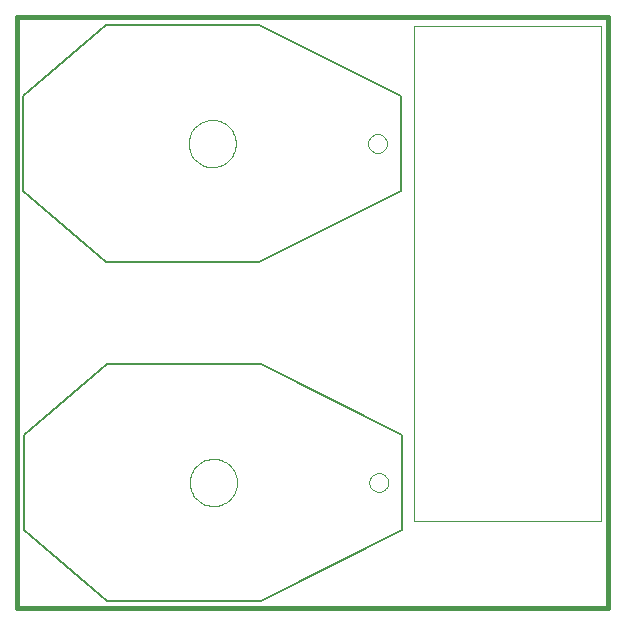
<source format=gbo>
G75*
G70*
%OFA0B0*%
%FSLAX24Y24*%
%IPPOS*%
%LPD*%
%AMOC8*
5,1,8,0,0,1.08239X$1,22.5*
%
%ADD10C,0.0050*%
%ADD11C,0.0000*%
%ADD12C,0.0160*%
%ADD13C,0.0010*%
D10*
X000816Y008918D02*
X003572Y006556D01*
X008690Y006556D01*
X013415Y008918D01*
X013415Y012068D01*
X008690Y014430D01*
X003572Y014430D01*
X000816Y012068D01*
X000816Y008918D01*
X003533Y017855D02*
X008651Y017855D01*
X013375Y020218D01*
X013375Y023367D01*
X008651Y025729D01*
X003533Y025729D01*
X000777Y023367D01*
X000777Y020218D01*
X003533Y017855D01*
D11*
X006290Y021792D02*
X006292Y021848D01*
X006298Y021903D01*
X006308Y021957D01*
X006321Y022011D01*
X006339Y022064D01*
X006360Y022115D01*
X006384Y022165D01*
X006412Y022213D01*
X006444Y022259D01*
X006478Y022303D01*
X006516Y022344D01*
X006556Y022382D01*
X006599Y022417D01*
X006644Y022449D01*
X006692Y022478D01*
X006741Y022504D01*
X006792Y022526D01*
X006844Y022544D01*
X006898Y022558D01*
X006953Y022569D01*
X007008Y022576D01*
X007063Y022579D01*
X007119Y022578D01*
X007174Y022573D01*
X007229Y022564D01*
X007283Y022552D01*
X007336Y022535D01*
X007388Y022515D01*
X007438Y022491D01*
X007486Y022464D01*
X007533Y022434D01*
X007577Y022400D01*
X007619Y022363D01*
X007657Y022323D01*
X007694Y022281D01*
X007727Y022236D01*
X007756Y022190D01*
X007783Y022141D01*
X007805Y022090D01*
X007825Y022038D01*
X007840Y021984D01*
X007852Y021930D01*
X007860Y021875D01*
X007864Y021820D01*
X007864Y021764D01*
X007860Y021709D01*
X007852Y021654D01*
X007840Y021600D01*
X007825Y021546D01*
X007805Y021494D01*
X007783Y021443D01*
X007756Y021394D01*
X007727Y021348D01*
X007694Y021303D01*
X007657Y021261D01*
X007619Y021221D01*
X007577Y021184D01*
X007533Y021150D01*
X007486Y021120D01*
X007438Y021093D01*
X007388Y021069D01*
X007336Y021049D01*
X007283Y021032D01*
X007229Y021020D01*
X007174Y021011D01*
X007119Y021006D01*
X007063Y021005D01*
X007008Y021008D01*
X006953Y021015D01*
X006898Y021026D01*
X006844Y021040D01*
X006792Y021058D01*
X006741Y021080D01*
X006692Y021106D01*
X006644Y021135D01*
X006599Y021167D01*
X006556Y021202D01*
X006516Y021240D01*
X006478Y021281D01*
X006444Y021325D01*
X006412Y021371D01*
X006384Y021419D01*
X006360Y021469D01*
X006339Y021520D01*
X006321Y021573D01*
X006308Y021627D01*
X006298Y021681D01*
X006292Y021736D01*
X006290Y021792D01*
X012275Y021792D02*
X012277Y021827D01*
X012283Y021862D01*
X012293Y021895D01*
X012306Y021928D01*
X012323Y021959D01*
X012343Y021987D01*
X012367Y022013D01*
X012393Y022037D01*
X012421Y022057D01*
X012452Y022074D01*
X012485Y022087D01*
X012518Y022097D01*
X012553Y022103D01*
X012588Y022105D01*
X012623Y022103D01*
X012658Y022097D01*
X012691Y022087D01*
X012724Y022074D01*
X012755Y022057D01*
X012783Y022037D01*
X012809Y022013D01*
X012833Y021987D01*
X012853Y021959D01*
X012870Y021928D01*
X012883Y021895D01*
X012893Y021862D01*
X012899Y021827D01*
X012901Y021792D01*
X012899Y021757D01*
X012893Y021722D01*
X012883Y021689D01*
X012870Y021656D01*
X012853Y021625D01*
X012833Y021597D01*
X012809Y021571D01*
X012783Y021547D01*
X012755Y021527D01*
X012724Y021510D01*
X012691Y021497D01*
X012658Y021487D01*
X012623Y021481D01*
X012588Y021479D01*
X012553Y021481D01*
X012518Y021487D01*
X012485Y021497D01*
X012452Y021510D01*
X012421Y021527D01*
X012393Y021547D01*
X012367Y021571D01*
X012343Y021597D01*
X012323Y021625D01*
X012306Y021656D01*
X012293Y021689D01*
X012283Y021722D01*
X012277Y021757D01*
X012275Y021792D01*
X012314Y010493D02*
X012316Y010528D01*
X012322Y010563D01*
X012332Y010596D01*
X012345Y010629D01*
X012362Y010660D01*
X012382Y010688D01*
X012406Y010714D01*
X012432Y010738D01*
X012460Y010758D01*
X012491Y010775D01*
X012524Y010788D01*
X012557Y010798D01*
X012592Y010804D01*
X012627Y010806D01*
X012662Y010804D01*
X012697Y010798D01*
X012730Y010788D01*
X012763Y010775D01*
X012794Y010758D01*
X012822Y010738D01*
X012848Y010714D01*
X012872Y010688D01*
X012892Y010660D01*
X012909Y010629D01*
X012922Y010596D01*
X012932Y010563D01*
X012938Y010528D01*
X012940Y010493D01*
X012938Y010458D01*
X012932Y010423D01*
X012922Y010390D01*
X012909Y010357D01*
X012892Y010326D01*
X012872Y010298D01*
X012848Y010272D01*
X012822Y010248D01*
X012794Y010228D01*
X012763Y010211D01*
X012730Y010198D01*
X012697Y010188D01*
X012662Y010182D01*
X012627Y010180D01*
X012592Y010182D01*
X012557Y010188D01*
X012524Y010198D01*
X012491Y010211D01*
X012460Y010228D01*
X012432Y010248D01*
X012406Y010272D01*
X012382Y010298D01*
X012362Y010326D01*
X012345Y010357D01*
X012332Y010390D01*
X012322Y010423D01*
X012316Y010458D01*
X012314Y010493D01*
X006329Y010493D02*
X006331Y010549D01*
X006337Y010604D01*
X006347Y010658D01*
X006360Y010712D01*
X006378Y010765D01*
X006399Y010816D01*
X006423Y010866D01*
X006451Y010914D01*
X006483Y010960D01*
X006517Y011004D01*
X006555Y011045D01*
X006595Y011083D01*
X006638Y011118D01*
X006683Y011150D01*
X006731Y011179D01*
X006780Y011205D01*
X006831Y011227D01*
X006883Y011245D01*
X006937Y011259D01*
X006992Y011270D01*
X007047Y011277D01*
X007102Y011280D01*
X007158Y011279D01*
X007213Y011274D01*
X007268Y011265D01*
X007322Y011253D01*
X007375Y011236D01*
X007427Y011216D01*
X007477Y011192D01*
X007525Y011165D01*
X007572Y011135D01*
X007616Y011101D01*
X007658Y011064D01*
X007696Y011024D01*
X007733Y010982D01*
X007766Y010937D01*
X007795Y010891D01*
X007822Y010842D01*
X007844Y010791D01*
X007864Y010739D01*
X007879Y010685D01*
X007891Y010631D01*
X007899Y010576D01*
X007903Y010521D01*
X007903Y010465D01*
X007899Y010410D01*
X007891Y010355D01*
X007879Y010301D01*
X007864Y010247D01*
X007844Y010195D01*
X007822Y010144D01*
X007795Y010095D01*
X007766Y010049D01*
X007733Y010004D01*
X007696Y009962D01*
X007658Y009922D01*
X007616Y009885D01*
X007572Y009851D01*
X007525Y009821D01*
X007477Y009794D01*
X007427Y009770D01*
X007375Y009750D01*
X007322Y009733D01*
X007268Y009721D01*
X007213Y009712D01*
X007158Y009707D01*
X007102Y009706D01*
X007047Y009709D01*
X006992Y009716D01*
X006937Y009727D01*
X006883Y009741D01*
X006831Y009759D01*
X006780Y009781D01*
X006731Y009807D01*
X006683Y009836D01*
X006638Y009868D01*
X006595Y009903D01*
X006555Y009941D01*
X006517Y009982D01*
X006483Y010026D01*
X006451Y010072D01*
X006423Y010120D01*
X006399Y010170D01*
X006378Y010221D01*
X006360Y010274D01*
X006347Y010328D01*
X006337Y010382D01*
X006331Y010437D01*
X006329Y010493D01*
D12*
X000580Y006320D02*
X000580Y026005D01*
X020265Y026005D01*
X020265Y006320D01*
X000580Y006320D01*
D13*
X013799Y009222D02*
X020049Y009222D01*
X020049Y025722D01*
X013799Y025722D01*
X013799Y009222D01*
M02*

</source>
